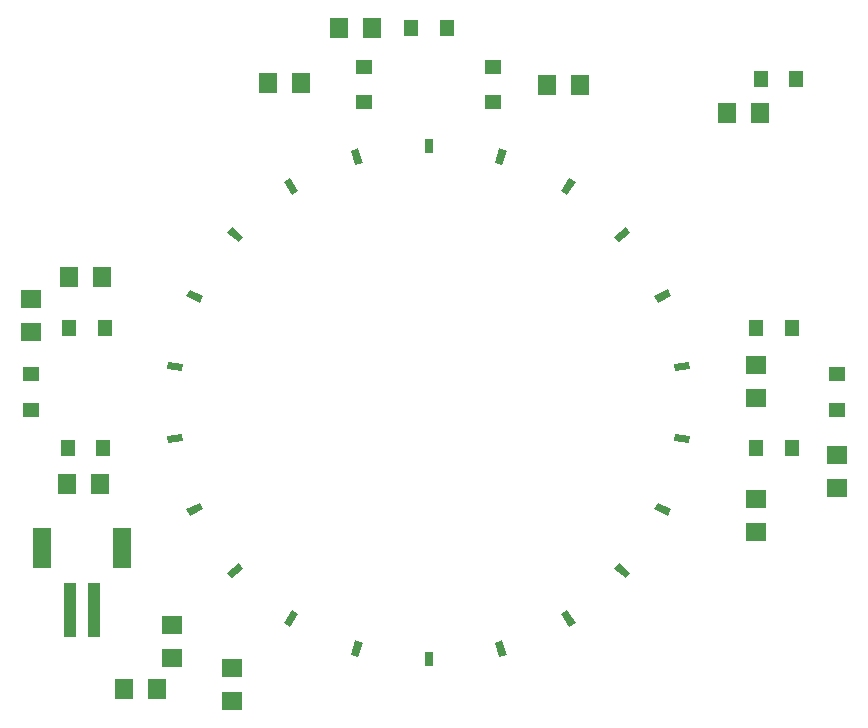
<source format=gtp>
G75*
%MOIN*%
%OFA0B0*%
%FSLAX25Y25*%
%IPPOS*%
%LPD*%
%AMOC8*
5,1,8,0,0,1.08239X$1,22.5*
%
%ADD10R,0.07087X0.06299*%
%ADD11R,0.06299X0.07087*%
%ADD12R,0.03937X0.18110*%
%ADD13R,0.06299X0.13386*%
%ADD14R,0.04724X0.05512*%
%ADD15R,0.05512X0.04724*%
%ADD16R,0.05000X0.02500*%
%ADD17R,0.02500X0.05000*%
D10*
X0159622Y0130610D03*
X0159622Y0141634D03*
X0179622Y0127134D03*
X0179622Y0116110D03*
X0112622Y0239110D03*
X0112622Y0250134D03*
X0354122Y0228134D03*
X0354122Y0217110D03*
X0381122Y0198134D03*
X0381122Y0187110D03*
X0354122Y0183634D03*
X0354122Y0172610D03*
D11*
X0143610Y0120122D03*
X0154634Y0120122D03*
X0135634Y0188622D03*
X0124610Y0188622D03*
X0125110Y0257622D03*
X0136134Y0257622D03*
X0191610Y0322122D03*
X0202634Y0322122D03*
X0215110Y0340622D03*
X0226134Y0340622D03*
X0284610Y0321622D03*
X0295634Y0321622D03*
X0344610Y0312122D03*
X0355634Y0312122D03*
D12*
X0133559Y0146555D03*
X0125685Y0146555D03*
D13*
X0116236Y0167028D03*
X0143008Y0167028D03*
D14*
X0136528Y0200622D03*
X0124717Y0200622D03*
X0125217Y0240622D03*
X0137028Y0240622D03*
X0239217Y0340622D03*
X0251028Y0340622D03*
X0355717Y0323622D03*
X0367528Y0323622D03*
X0366028Y0240622D03*
X0354217Y0240622D03*
X0354217Y0200622D03*
X0366028Y0200622D03*
D15*
X0381122Y0213217D03*
X0381122Y0225028D03*
X0266622Y0315717D03*
X0266622Y0327528D03*
X0223622Y0327528D03*
X0223622Y0315717D03*
X0112622Y0225028D03*
X0112622Y0213217D03*
D16*
G36*
X0163274Y0202742D02*
X0158326Y0202029D01*
X0157970Y0204502D01*
X0162918Y0205215D01*
X0163274Y0202742D01*
G37*
G36*
X0169915Y0180022D02*
X0165366Y0177948D01*
X0164329Y0180222D01*
X0168878Y0182296D01*
X0169915Y0180022D01*
G37*
G36*
X0183330Y0160314D02*
X0179551Y0157041D01*
X0177914Y0158930D01*
X0181693Y0162203D01*
X0183330Y0160314D01*
G37*
G36*
X0201524Y0145050D02*
X0198824Y0140843D01*
X0196720Y0142194D01*
X0199420Y0146401D01*
X0201524Y0145050D01*
G37*
G36*
X0223023Y0135670D02*
X0221620Y0130872D01*
X0219221Y0131574D01*
X0220624Y0136372D01*
X0223023Y0135670D01*
G37*
G36*
X0269620Y0136372D02*
X0271023Y0131574D01*
X0268624Y0130872D01*
X0267221Y0135670D01*
X0269620Y0136372D01*
G37*
G36*
X0291324Y0146401D02*
X0294024Y0142194D01*
X0291920Y0140843D01*
X0289220Y0145050D01*
X0291324Y0146401D01*
G37*
G36*
X0308551Y0162203D02*
X0312330Y0158930D01*
X0310693Y0157041D01*
X0306914Y0160314D01*
X0308551Y0162203D01*
G37*
G36*
X0321366Y0182296D02*
X0325915Y0180222D01*
X0324878Y0177948D01*
X0320329Y0180022D01*
X0321366Y0182296D01*
G37*
G36*
X0327326Y0205215D02*
X0332274Y0204502D01*
X0331918Y0202029D01*
X0326970Y0202742D01*
X0327326Y0205215D01*
G37*
G36*
X0326970Y0228502D02*
X0331918Y0229215D01*
X0332274Y0226742D01*
X0327326Y0226029D01*
X0326970Y0228502D01*
G37*
G36*
X0320328Y0251096D02*
X0324778Y0253373D01*
X0325916Y0251148D01*
X0321466Y0248871D01*
X0320328Y0251096D01*
G37*
G36*
X0306914Y0270930D02*
X0310693Y0274203D01*
X0312330Y0272314D01*
X0308551Y0269041D01*
X0306914Y0270930D01*
G37*
G36*
X0289220Y0286194D02*
X0291920Y0290401D01*
X0294024Y0289050D01*
X0291324Y0284843D01*
X0289220Y0286194D01*
G37*
G36*
X0267221Y0295574D02*
X0268624Y0300372D01*
X0271023Y0299670D01*
X0269620Y0294872D01*
X0267221Y0295574D01*
G37*
G36*
X0220624Y0294872D02*
X0219221Y0299670D01*
X0221620Y0300372D01*
X0223023Y0295574D01*
X0220624Y0294872D01*
G37*
G36*
X0199420Y0284843D02*
X0196720Y0289050D01*
X0198824Y0290401D01*
X0201524Y0286194D01*
X0199420Y0284843D01*
G37*
G36*
X0181693Y0269041D02*
X0177914Y0272314D01*
X0179551Y0274203D01*
X0183330Y0270930D01*
X0181693Y0269041D01*
G37*
G36*
X0168878Y0248948D02*
X0164329Y0251022D01*
X0165366Y0253296D01*
X0169915Y0251222D01*
X0168878Y0248948D01*
G37*
G36*
X0162918Y0226029D02*
X0157970Y0226742D01*
X0158326Y0229215D01*
X0163274Y0228502D01*
X0162918Y0226029D01*
G37*
D17*
X0245122Y0301122D03*
X0245122Y0130122D03*
M02*

</source>
